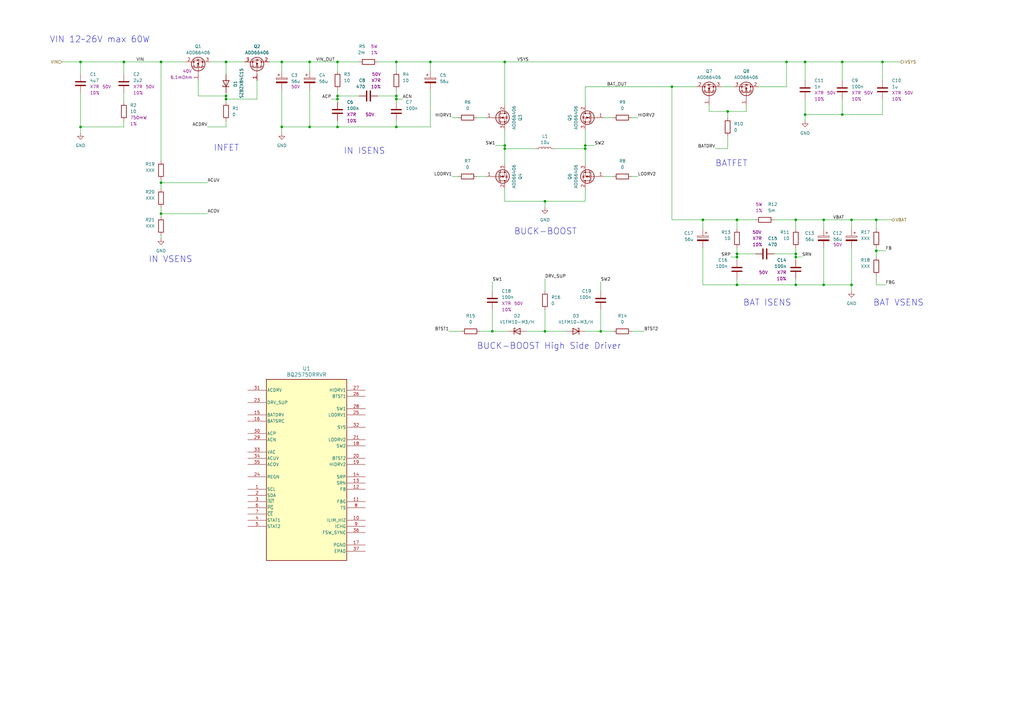
<source format=kicad_sch>
(kicad_sch (version 20230121) (generator eeschema)
  (paper "A3")
  (lib_symbols
    (symbol "Device:C" (pin_numbers hide) (pin_names (offset 0.254))
      (property "Reference" "C" (at 0.635 2.54 0))
      (property "Value" "C" (at 0.635 -2.54 0))
      (symbol "C_0_1"
        (polyline (pts (xy -2.032 -0.762) (xy 2.032 -0.762)) (stroke (width 0.508)))
        (polyline (pts (xy -2.032 0.762) (xy 2.032 0.762)) (stroke (width 0.508)))
      )
      (symbol "C_1_1"
        (pin passive line (at 0 3.81 270) (length 2.794) (name "~") (number "1"))
        (pin passive line (at 0 -3.81 90) (length 2.794) (name "~") (number "2"))
      )
    )
    (symbol "Device:C_Polarized" (pin_numbers hide) (pin_names (offset 0.254))
      (property "Reference" "C" (at 0.635 2.54 0))
      (property "Value" "C_Polarized" (at 0.635 -2.54 0))
      (symbol "C_Polarized_0_1"
        (rectangle (start -2.286 0.508) (end 2.286 1.016))
        (polyline (pts (xy -1.778 2.286) (xy -0.762 2.286)))
        (polyline (pts (xy -1.27 2.794) (xy -1.27 1.778)))
        (rectangle (start 2.286 -0.508) (end -2.286 -1.016) (fill (type outline)))
      )
      (symbol "C_Polarized_1_1"
        (pin passive line (at 0 3.81 270) (length 2.794) (name "~") (number "1"))
        (pin passive line (at 0 -3.81 90) (length 2.794) (name "~") (number "2"))
      )
    )
    (symbol "Device:D_Zener" (pin_numbers hide) (pin_names (offset 1.016) hide)
      (property "Reference" "D" (at 0 2.54 0))
      (property "Value" "D_Zener" (at 0 -2.54 0))
      (symbol "D_Zener_0_1"
        (polyline (pts (xy 1.27 0) (xy -1.27 0)))
        (polyline (pts (xy -1.27 -1.27) (xy -1.27 1.27) (xy -0.762 1.27)) (stroke (width 0.254)))
        (polyline (pts (xy 1.27 -1.27) (xy 1.27 1.27) (xy -1.27 0) (xy 1.27 -1.27)) (stroke (width 0.254)))
      )
      (symbol "D_Zener_1_1"
        (pin passive line (at -3.81 0 0) (length 2.54) (name "K") (number "1"))
        (pin passive line (at 3.81 0 180) (length 2.54) (name "A") (number "2"))
      )
    )
    (symbol "Device:L" (pin_numbers hide) (pin_names (offset 1.016) hide)
      (property "Reference" "L" (at -1.27 0 90))
      (property "Value" "L" (at 1.905 0 90))
      (symbol "L_0_1"
        (arc (start 0 -2.54) (mid 0.6323 -1.905) (end 0 -1.27))
        (arc (start 0 -1.27) (mid 0.6323 -0.635) (end 0 0))
        (arc (start 0 0) (mid 0.6323 0.635) (end 0 1.27))
        (arc (start 0 1.27) (mid 0.6323 1.905) (end 0 2.54))
      )
      (symbol "L_1_1"
        (pin passive line (at 0 3.81 270) (length 1.27) (name "1") (number "1"))
        (pin passive line (at 0 -3.81 90) (length 1.27) (name "2") (number "2"))
      )
    )
    (symbol "Device:Q_NMOS_GDS" (pin_names (offset 0) hide)
      (property "Reference" "Q" (at 5.08 1.27 0))
      (property "Value" "Q_NMOS_GDS" (at 5.08 -1.27 0))
      (symbol "Q_NMOS_GDS_0_1"
        (polyline (pts (xy 0.254 0) (xy -2.54 0)))
        (polyline (pts (xy 0.254 1.905) (xy 0.254 -1.905)) (stroke (width 0.254)))
        (polyline (pts (xy 0.762 -1.27) (xy 0.762 -2.286)) (stroke (width 0.254)))
        (polyline (pts (xy 0.762 0.508) (xy 0.762 -0.508)) (stroke (width 0.254)))
        (polyline (pts (xy 0.762 2.286) (xy 0.762 1.27)) (stroke (width 0.254)))
        (polyline (pts (xy 2.54 2.54) (xy 2.54 1.778)))
        (polyline (pts (xy 2.54 -2.54) (xy 2.54 0) (xy 0.762 0)))
        (polyline (pts (xy 0.762 -1.778) (xy 3.302 -1.778) (xy 3.302 1.778) (xy 0.762 1.778)))
        (polyline (pts (xy 1.016 0) (xy 2.032 0.381) (xy 2.032 -0.381) (xy 1.016 0)) (fill (type outline)))
        (polyline (pts (xy 2.794 0.508) (xy 2.921 0.381) (xy 3.683 0.381) (xy 3.81 0.254)))
        (polyline (pts (xy 3.302 0.381) (xy 2.921 -0.254) (xy 3.683 -0.254) (xy 3.302 0.381)))
        (circle (center 1.651 0) (radius 2.794) (stroke (width 0.254)))
        (circle (center 2.54 -1.778) (radius 0.254) (fill (type outline)))
        (circle (center 2.54 1.778) (radius 0.254) (fill (type outline)))
      )
      (symbol "Q_NMOS_GDS_1_1"
        (pin input line (at -5.08 0 0) (length 2.54) (name "G") (number "1"))
        (pin passive line (at 2.54 5.08 270) (length 2.54) (name "D") (number "2"))
        (pin passive line (at 2.54 -5.08 90) (length 2.54) (name "S") (number "3"))
      )
    )
    (symbol "Device:R" (pin_numbers hide) (pin_names (offset 0))
      (property "Reference" "R" (at 2.032 0 90))
      (property "Value" "R" (at 0 0 90))
      (symbol "R_0_1"
        (rectangle (start -1.016 -2.54) (end 1.016 2.54) (stroke (width 0.254)))
      )
      (symbol "R_1_1"
        (pin passive line (at 0 3.81 270) (length 1.27) (name "~") (number "1"))
        (pin passive line (at 0 -3.81 90) (length 1.27) (name "~") (number "2"))
      )
    )
    (symbol "Diode:BZX84Cxx" (pin_numbers hide) (pin_names hide)
      (property "Reference" "D" (at 0 3.81 0))
      (property "Value" "BZX84Cxx" (at 0 -3.81 0))
      (symbol "BZX84Cxx_0_1"
        (polyline (pts (xy 1.27 0) (xy -1.27 0)))
        (polyline (pts (xy -1.27 -1.27) (xy -1.27 1.27) (xy -0.762 1.27)) (stroke (width 0.254)))
        (polyline (pts (xy 1.27 -1.27) (xy 1.27 1.27) (xy -1.27 0) (xy 1.27 -1.27)) (stroke (width 0.254)))
      )
      (symbol "BZX84Cxx_1_1"
        (pin passive line (at 3.81 0 180) (length 2.54) (name "A") (number "1"))
        (pin no_connect line (at 1.27 0 180) (length 2.54) hide (name "NC") (number "2"))
        (pin passive line (at -3.81 0 0) (length 2.54) (name "K") (number "3"))
      )
    )
    (symbol "common:BQ25750RRVR" (pin_names (offset 0.254))
      (property "Reference" "U" (at -15.24 36.195 0))
      (property "Value" "BQ25750RRVR" (at 8.255 36.195 0))
      (symbol "BQ25750RRVR_0_1"
        (pin input line (at -24.13 -10.16 0) (length 7.62) (name "SCL") (number "1"))
        (pin input line (at 24.13 -22.86 180) (length 7.62) (name "ILIM_HIZ") (number "10"))
        (pin input line (at 24.13 -15.24 180) (length 7.62) (name "FBG") (number "11"))
        (pin input line (at 24.13 -10.16 180) (length 7.62) (name "FB") (number "12"))
        (pin input line (at 24.13 -7.62 180) (length 7.62) (name "SRN") (number "13"))
        (pin input line (at 24.13 -5.08 180) (length 7.62) (name "SRP") (number "14"))
        (pin output line (at -24.13 20.32 0) (length 7.62) (name "BATDRV") (number "15"))
        (pin input line (at -24.13 17.78 0) (length 7.62) (name "BATSRC") (number "16"))
        (pin power_out line (at 24.13 -33.02 180) (length 7.62) (name "PGND") (number "17"))
        (pin power_in line (at 24.13 7.62 180) (length 7.62) (name "SW2") (number "18"))
        (pin output line (at 24.13 0 180) (length 7.62) (name "HIDRV2") (number "19"))
        (pin bidirectional line (at -24.13 -12.7 0) (length 7.62) (name "SDA") (number "2"))
        (pin power_in line (at 24.13 2.54 180) (length 7.62) (name "BTST2") (number "20"))
        (pin output line (at 24.13 10.16 180) (length 7.62) (name "LODRV2") (number "21"))
        (pin power_in line (at -24.13 25.4 0) (length 7.62) (name "DRV_SUP") (number "23"))
        (pin power_in line (at -24.13 -5.08 0) (length 7.62) (name "REGN") (number "24"))
        (pin output line (at 24.13 20.32 180) (length 7.62) (name "LODRV1") (number "25"))
        (pin power_in line (at 24.13 27.94 180) (length 7.62) (name "BTST1") (number "26"))
        (pin output line (at 24.13 30.48 180) (length 7.62) (name "HIDRV1") (number "27"))
        (pin power_in line (at 24.13 22.86 180) (length 7.62) (name "SW1") (number "28"))
        (pin input line (at -24.13 10.16 0) (length 7.62) (name "ACN") (number "29"))
        (pin input line (at -24.13 12.7 0) (length 7.62) (name "ACP") (number "30"))
        (pin output line (at -24.13 30.48 0) (length 7.62) (name "ACDRV") (number "31"))
        (pin input line (at 24.13 15.24 180) (length 7.62) (name "SYS") (number "32"))
        (pin input line (at -24.13 5.08 0) (length 7.62) (name "VAC") (number "33"))
        (pin input line (at -24.13 2.54 0) (length 7.62) (name "ACUV") (number "34"))
        (pin input line (at -24.13 0 0) (length 7.62) (name "ACOV") (number "35"))
        (pin power_in line (at 24.13 -27.94 180) (length 7.62) (name "FSW_SYNC") (number "36"))
        (pin power_out line (at 24.13 -35.56 180) (length 7.62) (name "EPAD") (number "37"))
        (pin output line (at -24.13 -22.86 0) (length 7.62) (name "STAT1") (number "4"))
        (pin output line (at -24.13 -25.4 0) (length 7.62) (name "STAT2") (number "5"))
        (pin bidirectional line (at -24.13 -20.32 0) (length 7.62) (name "~{CE}") (number "7"))
        (pin input line (at 24.13 -17.78 180) (length 7.62) (name "TS") (number "8"))
        (pin input line (at 24.13 -25.4 180) (length 7.62) (name "ICHG") (number "9"))
      )
      (symbol "BQ25750RRVR_1_1"
        (rectangle (start -16.51 34.925) (end 16.51 -39.37) (stroke (width 0.254)) (fill (type background)))
        (pin power_in line (at 24.13 -33.02 180) (length 7.62) hide (name "PGND") (number "22"))
        (pin output line (at -24.13 -15.24 0) (length 7.62) (name "~{INT}") (number "3"))
        (pin output line (at -24.13 -17.78 0) (length 7.62) (name "~{PG}") (number "6"))
      )
    )
    (symbol "power:GND" (power) (pin_names (offset 0))
      (property "Value" "GND" (at 0 -3.81 0))
      (symbol "GND_0_1"
        (polyline (pts (xy 0 0) (xy 0 -1.27) (xy 1.27 -1.27) (xy 0 -2.54) (xy -1.27 -1.27) (xy 0 -1.27)))
      )
      (symbol "GND_1_1"
        (pin power_in line (at 0 0 270) (length 0) hide (name "GND") (number "1"))
      )
    )
  )
  (junction (at 302.26 90.17))
  (junction (at 33.02 25.4))
  (junction (at 326.39 90.17))
  (junction (at 127 25.4))
  (junction (at 302.26 105.41))
  (junction (at 115.57 25.4))
  (junction (at 92.71 40.64))
  (junction (at 66.04 87.63))
  (junction (at 207.01 25.4))
  (junction (at 330.2 25.4))
  (junction (at 288.29 90.17))
  (junction (at 322.58 25.4))
  (junction (at 326.39 104.14))
  (junction (at 138.43 39.37))
  (junction (at 138.43 52.07))
  (junction (at 223.52 82.55))
  (junction (at 275.59 35.56))
  (junction (at 302.26 104.14))
  (junction (at 361.95 25.4))
  (junction (at 302.26 116.84))
  (junction (at 223.52 135.89))
  (junction (at 162.56 40.64))
  (junction (at 127 52.07))
  (junction (at 349.25 116.84))
  (junction (at 326.39 105.41))
  (junction (at 345.44 46.99))
  (junction (at 337.82 90.17))
  (junction (at 92.71 39.37))
  (junction (at 240.03 60.96))
  (junction (at 349.25 90.17))
  (junction (at 326.39 116.84))
  (junction (at 138.43 40.64))
  (junction (at 66.04 25.4))
  (junction (at 337.82 116.84))
  (junction (at 92.71 25.4))
  (junction (at 359.41 102.87))
  (junction (at 207.01 60.96))
  (junction (at 246.38 135.89))
  (junction (at 162.56 52.07))
  (junction (at 201.93 135.89))
  (junction (at 138.43 25.4))
  (junction (at 176.53 25.4))
  (junction (at 207.01 59.69))
  (junction (at 298.45 45.72))
  (junction (at 240.03 59.69))
  (junction (at 330.2 46.99))
  (junction (at 162.56 39.37))
  (junction (at 162.56 25.4))
  (junction (at 359.41 90.17))
  (junction (at 66.04 74.93))
  (junction (at 33.02 52.07))
  (junction (at 345.44 25.4))
  (junction (at 50.8 25.4))
  (junction (at 115.57 52.07))
  (wire (pts (xy 115.57 52.07) (xy 115.57 54.61)))
  (wire (pts (xy 328.93 105.41) (xy 326.39 105.41)))
  (wire (pts (xy 127 52.07) (xy 138.43 52.07)))
  (wire (pts (xy 359.41 90.17) (xy 365.76 90.17)))
  (wire (pts (xy 92.71 40.64) (xy 105.41 40.64)))
  (wire (pts (xy 50.8 25.4) (xy 66.04 25.4)))
  (wire (pts (xy 207.01 53.34) (xy 207.01 59.69)))
  (wire (pts (xy 162.56 52.07) (xy 176.53 52.07)))
  (wire (pts (xy 207.01 82.55) (xy 223.52 82.55)))
  (wire (pts (xy 337.82 116.84) (xy 337.82 101.6)))
  (wire (pts (xy 361.95 25.4) (xy 369.57 25.4)))
  (wire (pts (xy 330.2 46.99) (xy 345.44 46.99)))
  (wire (pts (xy 359.41 113.03) (xy 359.41 116.84)))
  (wire (pts (xy 293.37 60.96) (xy 298.45 60.96)))
  (wire (pts (xy 275.59 35.56) (xy 275.59 90.17)))
  (wire (pts (xy 162.56 36.83) (xy 162.56 39.37)))
  (wire (pts (xy 195.58 72.39) (xy 199.39 72.39)))
  (wire (pts (xy 33.02 25.4) (xy 50.8 25.4)))
  (wire (pts (xy 201.93 127) (xy 201.93 135.89)))
  (wire (pts (xy 259.08 48.26) (xy 261.62 48.26)))
  (wire (pts (xy 298.45 45.72) (xy 298.45 48.26)))
  (wire (pts (xy 290.83 43.18) (xy 290.83 45.72)))
  (wire (pts (xy 138.43 40.64) (xy 138.43 41.91)))
  (wire (pts (xy 326.39 105.41) (xy 326.39 106.68)))
  (wire (pts (xy 302.26 90.17) (xy 302.26 93.98)))
  (wire (pts (xy 66.04 87.63) (xy 85.09 87.63)))
  (wire (pts (xy 326.39 116.84) (xy 302.26 116.84)))
  (wire (pts (xy 110.49 25.4) (xy 115.57 25.4)))
  (wire (pts (xy 207.01 25.4) (xy 322.58 25.4)))
  (wire (pts (xy 184.15 135.89) (xy 189.23 135.89)))
  (wire (pts (xy 223.52 114.3) (xy 223.52 119.38)))
  (wire (pts (xy 162.56 52.07) (xy 162.56 49.53)))
  (wire (pts (xy 223.52 135.89) (xy 232.41 135.89)))
  (wire (pts (xy 50.8 52.07) (xy 50.8 49.53)))
  (wire (pts (xy 298.45 45.72) (xy 306.07 45.72)))
  (wire (pts (xy 50.8 25.4) (xy 50.8 30.48)))
  (wire (pts (xy 337.82 90.17) (xy 326.39 90.17)))
  (wire (pts (xy 359.41 101.6) (xy 359.41 102.87)))
  (wire (pts (xy 196.85 135.89) (xy 201.93 135.89)))
  (wire (pts (xy 275.59 35.56) (xy 285.75 35.56)))
  (wire (pts (xy 207.01 59.69) (xy 207.01 60.96)))
  (wire (pts (xy 326.39 90.17) (xy 317.5 90.17)))
  (wire (pts (xy 66.04 74.93) (xy 85.09 74.93)))
  (wire (pts (xy 33.02 52.07) (xy 33.02 54.61)))
  (wire (pts (xy 322.58 35.56) (xy 322.58 25.4)))
  (wire (pts (xy 359.41 90.17) (xy 359.41 93.98)))
  (wire (pts (xy 138.43 25.4) (xy 138.43 29.21)))
  (wire (pts (xy 115.57 36.83) (xy 115.57 52.07)))
  (wire (pts (xy 330.2 25.4) (xy 345.44 25.4)))
  (wire (pts (xy 138.43 39.37) (xy 138.43 40.64)))
  (wire (pts (xy 162.56 40.64) (xy 162.56 41.91)))
  (wire (pts (xy 138.43 25.4) (xy 147.32 25.4)))
  (wire (pts (xy 162.56 39.37) (xy 162.56 40.64)))
  (wire (pts (xy 302.26 90.17) (xy 288.29 90.17)))
  (wire (pts (xy 326.39 101.6) (xy 326.39 104.14)))
  (wire (pts (xy 227.33 60.96) (xy 240.03 60.96)))
  (wire (pts (xy 288.29 116.84) (xy 288.29 101.6)))
  (wire (pts (xy 311.15 35.56) (xy 322.58 35.56)))
  (wire (pts (xy 92.71 39.37) (xy 92.71 40.64)))
  (wire (pts (xy 135.89 40.64) (xy 138.43 40.64)))
  (wire (pts (xy 66.04 96.52) (xy 66.04 97.79)))
  (wire (pts (xy 240.03 59.69) (xy 240.03 60.96)))
  (wire (pts (xy 361.95 25.4) (xy 361.95 33.02)))
  (wire (pts (xy 359.41 102.87) (xy 359.41 105.41)))
  (wire (pts (xy 302.26 104.14) (xy 302.26 105.41)))
  (wire (pts (xy 359.41 116.84) (xy 363.22 116.84)))
  (wire (pts (xy 92.71 25.4) (xy 92.71 30.48)))
  (wire (pts (xy 251.46 135.89) (xy 246.38 135.89)))
  (wire (pts (xy 240.03 35.56) (xy 275.59 35.56)))
  (wire (pts (xy 359.41 102.87) (xy 363.22 102.87)))
  (wire (pts (xy 115.57 25.4) (xy 127 25.4)))
  (wire (pts (xy 66.04 74.93) (xy 66.04 77.47)))
  (wire (pts (xy 138.43 36.83) (xy 138.43 39.37)))
  (wire (pts (xy 290.83 45.72) (xy 298.45 45.72)))
  (wire (pts (xy 322.58 25.4) (xy 330.2 25.4)))
  (wire (pts (xy 288.29 90.17) (xy 288.29 93.98)))
  (wire (pts (xy 195.58 48.26) (xy 199.39 48.26)))
  (wire (pts (xy 240.03 82.55) (xy 240.03 77.47)))
  (wire (pts (xy 246.38 115.57) (xy 246.38 119.38)))
  (wire (pts (xy 345.44 25.4) (xy 345.44 33.02)))
  (wire (pts (xy 240.03 43.18) (xy 240.03 35.56)))
  (wire (pts (xy 302.26 105.41) (xy 299.72 105.41)))
  (wire (pts (xy 33.02 52.07) (xy 50.8 52.07)))
  (wire (pts (xy 115.57 52.07) (xy 127 52.07)))
  (wire (pts (xy 247.65 72.39) (xy 251.46 72.39)))
  (wire (pts (xy 185.42 48.26) (xy 187.96 48.26)))
  (wire (pts (xy 240.03 60.96) (xy 240.03 67.31)))
  (wire (pts (xy 223.52 82.55) (xy 223.52 85.09)))
  (wire (pts (xy 345.44 46.99) (xy 361.95 46.99)))
  (wire (pts (xy 259.08 72.39) (xy 261.62 72.39)))
  (wire (pts (xy 298.45 55.88) (xy 298.45 60.96)))
  (wire (pts (xy 203.2 59.69) (xy 207.01 59.69)))
  (wire (pts (xy 201.93 115.57) (xy 201.93 119.38)))
  (wire (pts (xy 25.4 25.4) (xy 33.02 25.4)))
  (wire (pts (xy 349.25 90.17) (xy 337.82 90.17)))
  (wire (pts (xy 115.57 25.4) (xy 115.57 29.21)))
  (wire (pts (xy 92.71 38.1) (xy 92.71 39.37)))
  (wire (pts (xy 361.95 46.99) (xy 361.95 40.64)))
  (wire (pts (xy 176.53 25.4) (xy 207.01 25.4)))
  (wire (pts (xy 326.39 104.14) (xy 326.39 105.41)))
  (wire (pts (xy 162.56 25.4) (xy 162.56 29.21)))
  (wire (pts (xy 92.71 25.4) (xy 100.33 25.4)))
  (wire (pts (xy 92.71 39.37) (xy 81.28 39.37)))
  (wire (pts (xy 207.01 77.47) (xy 207.01 82.55)))
  (wire (pts (xy 345.44 25.4) (xy 361.95 25.4)))
  (wire (pts (xy 326.39 114.3) (xy 326.39 116.84)))
  (wire (pts (xy 66.04 25.4) (xy 66.04 66.04)))
  (wire (pts (xy 66.04 73.66) (xy 66.04 74.93)))
  (wire (pts (xy 326.39 104.14) (xy 317.5 104.14)))
  (wire (pts (xy 302.26 105.41) (xy 302.26 106.68)))
  (wire (pts (xy 105.41 40.64) (xy 105.41 33.02)))
  (wire (pts (xy 207.01 25.4) (xy 207.01 43.18)))
  (wire (pts (xy 330.2 46.99) (xy 330.2 49.53)))
  (wire (pts (xy 223.52 127) (xy 223.52 135.89)))
  (wire (pts (xy 201.93 135.89) (xy 208.28 135.89)))
  (wire (pts (xy 246.38 135.89) (xy 240.03 135.89)))
  (wire (pts (xy 215.9 135.89) (xy 223.52 135.89)))
  (wire (pts (xy 349.25 116.84) (xy 337.82 116.84)))
  (wire (pts (xy 127 25.4) (xy 138.43 25.4)))
  (wire (pts (xy 33.02 25.4) (xy 33.02 30.48)))
  (wire (pts (xy 302.26 101.6) (xy 302.26 104.14)))
  (wire (pts (xy 330.2 25.4) (xy 330.2 33.02)))
  (wire (pts (xy 66.04 85.09) (xy 66.04 87.63)))
  (wire (pts (xy 337.82 116.84) (xy 326.39 116.84)))
  (wire (pts (xy 176.53 52.07) (xy 176.53 36.83)))
  (wire (pts (xy 349.25 116.84) (xy 349.25 119.38)))
  (wire (pts (xy 81.28 39.37) (xy 81.28 33.02)))
  (wire (pts (xy 302.26 116.84) (xy 302.26 114.3)))
  (wire (pts (xy 127 25.4) (xy 127 29.21)))
  (wire (pts (xy 337.82 90.17) (xy 337.82 93.98)))
  (wire (pts (xy 240.03 53.34) (xy 240.03 59.69)))
  (wire (pts (xy 275.59 90.17) (xy 288.29 90.17)))
  (wire (pts (xy 302.26 116.84) (xy 288.29 116.84)))
  (wire (pts (xy 246.38 127) (xy 246.38 135.89)))
  (wire (pts (xy 127 52.07) (xy 127 36.83)))
  (wire (pts (xy 349.25 90.17) (xy 359.41 90.17)))
  (wire (pts (xy 259.08 135.89) (xy 264.16 135.89)))
  (wire (pts (xy 162.56 25.4) (xy 176.53 25.4)))
  (wire (pts (xy 50.8 38.1) (xy 50.8 41.91)))
  (wire (pts (xy 176.53 25.4) (xy 176.53 29.21)))
  (wire (pts (xy 223.52 82.55) (xy 240.03 82.55)))
  (wire (pts (xy 185.42 72.39) (xy 187.96 72.39)))
  (wire (pts (xy 92.71 40.64) (xy 92.71 41.91)))
  (wire (pts (xy 86.36 25.4) (xy 92.71 25.4)))
  (wire (pts (xy 207.01 60.96) (xy 219.71 60.96)))
  (wire (pts (xy 326.39 90.17) (xy 326.39 93.98)))
  (wire (pts (xy 138.43 52.07) (xy 162.56 52.07)))
  (wire (pts (xy 92.71 49.53) (xy 92.71 52.07)))
  (wire (pts (xy 33.02 38.1) (xy 33.02 52.07)))
  (wire (pts (xy 66.04 25.4) (xy 76.2 25.4)))
  (wire (pts (xy 154.94 39.37) (xy 162.56 39.37)))
  (wire (pts (xy 330.2 40.64) (xy 330.2 46.99)))
  (wire (pts (xy 85.09 52.07) (xy 92.71 52.07)))
  (wire (pts (xy 138.43 39.37) (xy 147.32 39.37)))
  (wire (pts (xy 309.88 90.17) (xy 302.26 90.17)))
  (wire (pts (xy 349.25 101.6) (xy 349.25 116.84)))
  (wire (pts (xy 247.65 48.26) (xy 251.46 48.26)))
  (wire (pts (xy 162.56 40.64) (xy 165.1 40.64)))
  (wire (pts (xy 240.03 59.69) (xy 243.84 59.69)))
  (wire (pts (xy 306.07 45.72) (xy 306.07 43.18)))
  (wire (pts (xy 309.88 104.14) (xy 302.26 104.14)))
  (wire (pts (xy 295.91 35.56) (xy 300.99 35.56)))
  (wire (pts (xy 207.01 60.96) (xy 207.01 67.31)))
  (wire (pts (xy 138.43 49.53) (xy 138.43 52.07)))
  (wire (pts (xy 154.94 25.4) (xy 162.56 25.4)))
  (wire (pts (xy 349.25 90.17) (xy 349.25 93.98)))
  (wire (pts (xy 66.04 87.63) (xy 66.04 88.9)))
  (wire (pts (xy 345.44 40.64) (xy 345.44 46.99)))
  (text "BUCK-BOOST" (at 210.82 96.52 0) (effects (font (size 2.54 2.54)) (justify left bottom)))
  (text "BAT ISENS" (at 304.8 125.73 0) (effects (font (size 2.54 2.54)) (justify left bottom)))
  (text "BATFET" (at 293.37 68.58 0) (effects (font (size 2.54 2.54)) (justify left bottom)))
  (text "IN ISENS" (at 140.97 63.5 0) (effects (font (size 2.54 2.54)) (justify left bottom)))
  (text "BUCK-BOOST High Side Driver" (at 195.58 143.51 0) (effects (font (size 2.54 2.54)) (justify left bottom)))
  (text "VIN 12~26V max 60W" (at 20.32 17.78 0) (effects (font (size 2.54 2.54)) (justify left bottom)))
  (text "INFET" (at 87.63 62.23 0) (effects (font (size 2.54 2.54)) (justify left bottom)))
  (text "IN VSENS" (at 60.96 107.95 0) (effects (font (size 2.54 2.54)) (justify left bottom)))
  (text "BAT VSENS" (at 358.14 125.73 0) (effects (font (size 2.54 2.54)) (justify left bottom)))
  (label "FBG" (at 363.22 116.84 0))
  (label "BTST1" (at 184.15 135.89 180))
  (label "SRN" (at 328.93 105.41 0))
  (label "SW2" (at 243.84 59.69 0))
  (label "ACOV" (at 85.09 87.63 0))
  (label "VIN" (at 55.88 25.4 0))
  (label "BATDRV" (at 293.37 60.96 180))
  (label "HIDRV1" (at 185.42 48.26 180))
  (label "ACUV" (at 85.09 74.93 0))
  (label "SW1" (at 203.2 59.69 180))
  (label "LODRV2" (at 261.62 72.39 0))
  (label "LODRV1" (at 185.42 72.39 180))
  (label "BTST2" (at 264.16 135.89 0))
  (label "DRV_SUP" (at 223.52 114.3 0))
  (label "ACP" (at 135.89 40.64 180))
  (label "VIN_OUT" (at 129.54 25.4 0))
  (label "HIDRV2" (at 261.62 48.26 0))
  (label "BAT_OUT" (at 248.92 35.56 0))
  (label "ACN" (at 165.1 40.64 0))
  (label "FB" (at 363.22 102.87 0))
  (label "ACDRV" (at 85.09 52.07 180))
  (label "SW1" (at 201.93 115.57 0))
  (label "VSYS" (at 212.09 25.4 0))
  (label "SRP" (at 299.72 105.41 180))
  (label "SW2" (at 246.38 115.57 0))
  (label "VBAT" (at 341.63 90.17 0))
  (hierarchical_label "VBAT" (shape bidirectional) (at 365.76 90.17 0))
  (hierarchical_label "VSYS" (shape output) (at 369.57 25.4 0))
  (hierarchical_label "VIN" (shape input) (at 25.4 25.4 180))
  (symbol (lib_id "power:GND") (at 115.57 54.61 0) (unit 1)
    (property "Reference" "#PWR01" (effects hide))
    (property "Value" "GND" (at 115.57 59.69 0))
  )
  (symbol (lib_id "Device:C_Polarized") (at 176.53 33.02 0) (unit 1)
    (property "Reference" "C5" (at 180.34 30.861 0) (effects (justify left)))
    (property "Value" "56u" (at 180.34 33.401 0) (effects (justify left)))
    (property "Footprint" "Capacitor_SMD:CP_Elec_8x11.9" (effects hide))
    (property "MPN" "A768KS566M1JLAE031" (effects hide))
    (property "Voltage Rating" "50V" (effects hide))
  )
  (symbol (lib_id "Device:Q_NMOS_GDS") (at 204.47 48.26 0) (unit 1)
    (property "Reference" "Q3" (at 213.36 48.26 90))
    (property "Value" "AOD66406" (at 210.82 48.26 90))
    (property "Footprint" "Package_TO_SOT_SMD:TO-252-2" (effects hide))
    (property "MPN" "AOD66406" (effects hide))
    (property "Voltage Rating" "40V" (effects hide))
    (property "R DS(On)" "6.1mOhm" (effects hide))
  )
  (symbol (lib_id "Device:R") (at 255.27 48.26 270) (unit 1)
    (property "Reference" "R9" (at 255.27 41.91 90))
    (property "Value" "0" (at 255.27 44.45 90))
    (property "Footprint" "Resistor_SMD:R_0805_2012Metric" (effects hide))
    (property "Power Rating" "63mW" (effects hide))
  )
  (symbol (lib_id "Diode:BZX84Cxx") (at 92.71 34.29 90) (unit 1)
    (property "Reference" "D1" (at 96.52 33.02 0) (effects (justify right)))
    (property "Value" "SZBZX84C15" (at 99.06 27.94 0) (effects (justify right)))
    (property "Footprint" "Package_TO_SOT_SMD:SOT-23" (effects hide))
    (property "Datasheet" "https://diotec.com/tl_files/diotec/files/pdf/datasheets/bzx84c2v4.pdf" (effects hide))
    (property "MPN" "SZBZX84C15" (effects hide))
  )
  (symbol (lib_id "Device:R") (at 66.04 92.71 0) (mirror y) (unit 1)
    (property "Reference" "R21" (at 63.5 90.17 0) (effects (justify left)))
    (property "Value" "XXX" (at 63.5 92.71 0) (effects (justify left)))
    (property "Footprint" "Resistor_SMD:R_0805_2012Metric" (effects hide))
    (property "Power Rating" "100mW" (effects hide))
    (property "Tolerance" "1%" (effects hide))
  )
  (symbol (lib_id "Device:C_Polarized") (at 127 33.02 0) (unit 1)
    (property "Reference" "C4" (at 130.81 30.861 0) (effects (justify left)))
    (property "Value" "56u" (at 130.81 33.401 0) (effects (justify left)))
    (property "Footprint" "Capacitor_SMD:CP_Elec_8x11.9" (effects hide))
    (property "MPN" "A768KS566M1JLAE031" (effects hide))
    (property "Voltage Rating" "50V" (effects hide))
  )
  (symbol (lib_id "Device:C") (at 361.95 36.83 0) (unit 1)
    (property "Reference" "C10" (at 365.76 33.02 0) (effects (justify left)))
    (property "Value" "1u" (at 365.76 35.56 0) (effects (justify left)))
    (property "Footprint" "Capacitor_SMD:C_0805_2012Metric" (effects hide))
    (property "Voltage Rating" "50V" (at 370.84 38.1 0) (effects (justify left)))
    (property "Tolerance" "10%" (at 365.76 40.64 0) (effects (justify left)))
    (property "Dielectric" "X7R" (at 365.76 38.1 0) (effects (justify left)))
  )
  (symbol (lib_id "common:BQ25750RRVR") (at 125.73 190.5 0) (unit 1)
    (property "Reference" "U1" (at 125.73 151.13 0) (effects (font (size 1.524 1.524))))
    (property "Value" "BQ25750RRVR" (at 125.73 153.67 0) (effects (font (size 1.524 1.524))))
    (property "Footprint" "common:VQFN36_RRV_TEX" (effects hide))
    (property "Datasheet" "BQ25750RRVR" (effects hide))
  )
  (symbol (lib_id "Device:R") (at 298.45 52.07 0) (unit 1)
    (property "Reference" "R10" (at 300.99 50.8 0) (effects (justify left)))
    (property "Value" "0" (at 300.99 53.34 0) (effects (justify left)))
    (property "Footprint" "Resistor_SMD:R_0805_2012Metric" (effects hide))
    (property "Power Rating" "63mW" (effects hide))
  )
  (symbol (lib_id "Device:R") (at 66.04 81.28 0) (mirror y) (unit 1)
    (property "Reference" "R20" (at 63.5 78.74 0) (effects (justify left)))
    (property "Value" "XXX" (at 63.5 81.28 0) (effects (justify left)))
    (property "Footprint" "Resistor_SMD:R_0805_2012Metric" (effects hide))
    (property "Power Rating" "100mW" (effects hide))
    (property "Tolerance" "1%" (effects hide))
  )
  (symbol (lib_id "Device:Q_NMOS_GDS") (at 81.28 27.94 90) (unit 1)
    (property "Reference" "Q1" (at 81.28 19.05 90))
    (property "Value" "AOD66406" (at 81.28 21.59 90))
    (property "Footprint" "Package_TO_SOT_SMD:TO-252-2" (effects hide))
    (property "MPN" "AOD66406" (effects hide))
    (property "Voltage Rating" "40V" (at 74.93 29.21 90) (effects (justify right)))
    (property "R DS(On)" "6.1mOhm" (at 69.85 31.75 90) (effects (justify right)))
  )
  (symbol (lib_id "Device:Q_NMOS_GDS") (at 242.57 72.39 180) (unit 1)
    (property "Reference" "Q6" (at 233.68 72.39 90))
    (property "Value" "AOD66406" (at 236.22 72.39 90))
    (property "Footprint" "Package_TO_SOT_SMD:TO-252-2" (effects hide))
    (property "MPN" "AOD66406" (effects hide))
    (property "Voltage Rating" "40V" (effects hide))
    (property "R DS(On)" "6.1mOhm" (effects hide))
  )
  (symbol (lib_id "Device:R") (at 50.8 45.72 0) (unit 1)
    (property "Reference" "R2" (at 53.34 43.18 0) (effects (justify left)))
    (property "Value" "10" (at 53.34 45.72 0) (effects (justify left)))
    (property "Footprint" "Resistor_SMD:R_1206_3216Metric" (effects hide))
    (property "Power Rating" "750mW" (at 53.34 48.26 0) (effects (justify left)))
    (property "Tolerance" "1%" (at 53.34 50.8 0) (effects (justify left)))
  )
  (symbol (lib_id "Device:Q_NMOS_GDS") (at 290.83 38.1 90) (unit 1)
    (property "Reference" "Q7" (at 290.83 29.21 90))
    (property "Value" "AOD66406" (at 290.83 31.75 90))
    (property "Footprint" "Package_TO_SOT_SMD:TO-252-2" (effects hide))
    (property "MPN" "AOD66406" (effects hide))
    (property "Voltage Rating" "40V" (effects hide))
    (property "R DS(On)" "6.1mOhm" (effects hide))
  )
  (symbol (lib_id "Device:R") (at 326.39 97.79 0) (mirror y) (unit 1)
    (property "Reference" "R11" (at 323.85 95.25 0) (effects (justify left)))
    (property "Value" "10" (at 323.85 97.79 0) (effects (justify left)))
    (property "Footprint" "Resistor_SMD:R_0805_2012Metric" (effects hide))
    (property "Power Rating" "100mW" (effects hide))
    (property "Tolerance" "1%" (effects hide))
  )
  (symbol (lib_id "Device:R") (at 92.71 45.72 0) (unit 1)
    (property "Reference" "R1" (at 95.25 44.45 0) (effects (justify left)))
    (property "Value" "0" (at 95.25 46.99 0) (effects (justify left)))
    (property "Footprint" "Resistor_SMD:R_0805_2012Metric" (effects hide))
    (property "Power Rating" "63mW" (effects hide))
  )
  (symbol (lib_id "Device:L") (at 223.52 60.96 90) (unit 1)
    (property "Reference" "L1" (at 223.52 55.88 90))
    (property "Value" "10u" (at 223.52 58.42 90))
    (property "Footprint" "common:IND_AMDLA1306S-100MT" (effects hide))
    (property "MPN" "AMDLA1306S-100MT" (effects hide))
  )
  (symbol (lib_id "Device:R") (at 359.41 109.22 0) (mirror y) (unit 1)
    (property "Reference" "R18" (at 356.87 106.68 0) (effects (justify left)))
    (property "Value" "XXX" (at 356.87 109.22 0) (effects (justify left)))
    (property "Footprint" "Resistor_SMD:R_0805_2012Metric" (effects hide))
    (property "Power Rating" "100mW" (effects hide))
    (property "Tolerance" "1%" (effects hide))
  )
  (symbol (lib_id "Device:R") (at 162.56 33.02 0) (unit 1)
    (property "Reference" "R4" (at 165.1 30.48 0) (effects (justify left)))
    (property "Value" "10" (at 165.1 33.02 0) (effects (justify left)))
    (property "Footprint" "Resistor_SMD:R_0805_2012Metric" (effects hide))
    (property "Power Rating" "100mW" (effects hide))
    (property "Tolerance" "1%" (effects hide))
  )
  (symbol (lib_id "Device:C") (at 138.43 45.72 0) (unit 1)
    (property "Reference" "C6" (at 142.24 41.91 0) (effects (justify left)))
    (property "Value" "100n" (at 142.24 44.45 0) (effects (justify left)))
    (property "Footprint" "Capacitor_SMD:C_0603_1608Metric" (effects hide))
    (property "Voltage Rating" "50V" (at 149.86 46.99 0) (effects (justify left)))
    (property "Tolerance" "10%" (at 142.24 49.53 0) (effects (justify left)))
    (property "Dielectric" "X7R" (at 142.24 46.99 0) (effects (justify left)))
  )
  (symbol (lib_id "Device:C") (at 201.93 123.19 0) (unit 1)
    (property "Reference" "C18" (at 205.74 119.38 0) (effects (justify left)))
    (property "Value" "100n" (at 205.74 121.92 0) (effects (justify left)))
    (property "Footprint" "Capacitor_SMD:C_0603_1608Metric" (effects hide))
    (property "Voltage Rating" "50V" (at 210.82 124.46 0) (effects (justify left)))
    (property "Tolerance" "10%" (at 205.74 127 0) (effects (justify left)))
    (property "Dielectric" "X7R" (at 205.74 124.46 0) (effects (justify left)))
  )
  (symbol (lib_id "Device:C") (at 345.44 36.83 0) (unit 1)
    (property "Reference" "C9" (at 349.25 33.02 0) (effects (justify left)))
    (property "Value" "100n" (at 349.25 35.56 0) (effects (justify left)))
    (property "Footprint" "Capacitor_SMD:C_0603_1608Metric" (effects hide))
    (property "Voltage Rating" "50V" (at 354.33 38.1 0) (effects (justify left)))
    (property "Tolerance" "10%" (at 349.25 40.64 0) (effects (justify left)))
    (property "Dielectric" "X7R" (at 349.25 38.1 0) (effects (justify left)))
  )
  (symbol (lib_id "power:GND") (at 33.02 54.61 0) (unit 1)
    (property "Reference" "#PWR02" (effects hide))
    (property "Value" "GND" (at 33.02 59.69 0))
  )
  (symbol (lib_id "Device:C_Polarized") (at 288.29 97.79 0) (mirror y) (unit 1)
    (property "Reference" "C17" (at 284.48 95.631 0) (effects (justify left)))
    (property "Value" "56u" (at 284.48 98.171 0) (effects (justify left)))
    (property "Footprint" "Capacitor_SMD:CP_Elec_8x11.9" (effects hide))
    (property "MPN" "A768KS566M1JLAE031" (effects hide))
    (property "Voltage Rating" "50V" (effects hide))
  )
  (symbol (lib_id "power:GND") (at 349.25 119.38 0) (mirror y) (unit 1)
    (property "Reference" "#PWR05" (effects hide))
    (property "Value" "GND" (at 349.25 124.46 0))
  )
  (symbol (lib_id "Device:R") (at 302.26 97.79 0) (mirror y) (unit 1)
    (property "Reference" "R13" (at 299.72 95.25 0) (effects (justify left)))
    (property "Value" "10" (at 299.72 97.79 0) (effects (justify left)))
    (property "Footprint" "Resistor_SMD:R_0805_2012Metric" (effects hide))
    (property "Power Rating" "100mW" (effects hide))
    (property "Tolerance" "1%" (effects hide))
  )
  (symbol (lib_id "Device:R") (at 138.43 33.02 0) (unit 1)
    (property "Reference" "R3" (at 140.97 30.48 0) (effects (justify left)))
    (property "Value" "10" (at 140.97 33.02 0) (effects (justify left)))
    (property "Footprint" "Resistor_SMD:R_0805_2012Metric" (effects hide))
    (property "Power Rating" "100mW" (effects hide))
    (property "Tolerance" "1%" (effects hide))
  )
  (symbol (lib_id "Device:D_Zener") (at 236.22 135.89 0) (mirror y) (unit 1)
    (property "Reference" "D3" (at 236.22 129.54 0))
    (property "Value" "V1FM10-M3/H" (at 236.22 132.08 0))
    (property "Footprint" "Diode_SMD:D_SMF" (effects hide))
  )
  (symbol (lib_id "Device:C") (at 50.8 34.29 0) (unit 1)
    (property "Reference" "C2" (at 54.61 30.48 0) (effects (justify left)))
    (property "Value" "2u2" (at 54.61 33.02 0) (effects (justify left)))
    (property "Footprint" "Capacitor_SMD:C_1210_3225Metric" (effects hide))
    (property "Voltage Rating" "50V" (at 59.69 35.56 0) (effects (justify left)))
    (property "Tolerance" "10%" (at 54.61 38.1 0) (effects (justify left)))
    (property "Dielectric" "X7R" (at 54.61 35.56 0) (effects (justify left)))
  )
  (symbol (lib_id "Device:Q_NMOS_GDS") (at 306.07 38.1 270) (mirror x) (unit 1)
    (property "Reference" "Q8" (at 306.07 29.21 90))
    (property "Value" "AOD66406" (at 306.07 31.75 90))
    (property "Footprint" "Package_TO_SOT_SMD:TO-252-2" (effects hide))
    (property "MPN" "AOD66406" (effects hide))
    (property "Voltage Rating" "40V" (effects hide))
    (property "R DS(On)" "6.1mOhm" (effects hide))
  )
  (symbol (lib_id "power:GND") (at 330.2 49.53 0) (unit 1)
    (property "Reference" "#PWR04" (effects hide))
    (property "Value" "GND" (at 330.2 54.61 0))
  )
  (symbol (lib_id "Device:R") (at 313.69 90.17 270) (mirror x) (unit 1)
    (property "Reference" "R12" (at 314.96 83.82 90) (effects (justify left)))
    (property "Value" "5m" (at 314.96 86.36 90) (effects (justify left)))
    (property "Footprint" "Resistor_SMD:R_2512_6332Metric" (effects hide))
    (property "Power Rating" "5W" (at 309.88 83.82 90) (effects (justify left)))
    (property "Tolerance" "1%" (at 309.88 86.36 90) (effects (justify left)))
    (property "MPN" "WSLF25122L000FEA" (effects hide))
  )
  (symbol (lib_id "power:GND") (at 66.04 97.79 0) (unit 1)
    (property "Reference" "#PWR06" (effects hide))
    (property "Value" "GND" (at 66.04 102.87 0))
  )
  (symbol (lib_id "Device:R") (at 255.27 135.89 90) (mirror x) (unit 1)
    (property "Reference" "R14" (at 255.27 129.54 90))
    (property "Value" "0" (at 255.27 132.08 90))
    (property "Footprint" "Resistor_SMD:R_0805_2012Metric" (effects hide))
    (property "Power Rating" "63mW" (effects hide))
  )
  (symbol (lib_id "Device:C") (at 326.39 110.49 0) (mirror y) (unit 1)
    (property "Reference" "C14" (at 322.58 106.68 0) (effects (justify left)))
    (property "Value" "100n" (at 322.58 109.22 0) (effects (justify left)))
    (property "Footprint" "Capacitor_SMD:C_0603_1608Metric" (effects hide))
    (property "Voltage Rating" "50V" (at 314.96 111.76 0) (effects (justify left)))
    (property "Tolerance" "10%" (at 322.58 114.3 0) (effects (justify left)))
    (property "Dielectric" "X7R" (at 322.58 111.76 0) (effects (justify left)))
  )
  (symbol (lib_id "Device:R") (at 151.13 25.4 90) (unit 1)
    (property "Reference" "R5" (at 149.86 19.05 90) (effects (justify left)))
    (property "Value" "2m" (at 149.86 21.59 90) (effects (justify left)))
    (property "Footprint" "Resistor_SMD:R_2512_6332Metric" (effects hide))
    (property "Power Rating" "5W" (at 154.94 19.05 90) (effects (justify left)))
    (property "Tolerance" "1%" (at 154.94 21.59 90) (effects (justify left)))
    (property "MPN" "WSLF25122L000FEA" (effects hide))
  )
  (symbol (lib_id "Device:C") (at 162.56 45.72 0) (unit 1)
    (property "Reference" "C7" (at 166.37 41.91 0) (effects (justify left)))
    (property "Value" "100n" (at 166.37 44.45 0) (effects (justify left)))
    (property "Footprint" "Capacitor_SMD:C_0603_1608Metric" (effects hide))
    (property "Voltage Rating" "50V" (effects hide))
    (property "Tolerance" "10%" (effects hide))
    (property "Dielectric" "X7R" (effects hide))
  )
  (symbol (lib_id "Device:R") (at 193.04 135.89 270) (unit 1)
    (property "Reference" "R15" (at 193.04 129.54 90))
    (property "Value" "0" (at 193.04 132.08 90))
    (property "Footprint" "Resistor_SMD:R_0805_2012Metric" (effects hide))
    (property "Power Rating" "63mW" (effects hide))
  )
  (symbol (lib_id "Device:Q_NMOS_GDS") (at 105.41 27.94 270) (mirror x) (unit 1)
    (property "Reference" "Q2" (at 105.41 19.05 90))
    (property "Value" "AOD66406" (at 105.41 21.59 90))
    (property "Footprint" "Package_TO_SOT_SMD:TO-252-2" (effects hide))
    (property "MPN" "AOD66406" (effects hide))
    (property "Voltage Rating" "40V" (effects hide))
    (property "R DS(On)" "6.1mOhm" (effects hide))
  )
  (symbol (lib_id "Device:R") (at 223.52 123.19 0) (unit 1)
    (property "Reference" "R16" (at 226.06 121.92 0) (effects (justify left)))
    (property "Value" "0" (at 226.06 124.46 0) (effects (justify left)))
    (property "Footprint" "Resistor_SMD:R_0805_2012Metric" (effects hide))
    (property "Power Rating" "63mW" (effects hide))
  )
  (symbol (lib_id "power:GND") (at 223.52 85.09 0) (unit 1)
    (property "Reference" "#PWR03" (effects hide))
    (property "Value" "GND" (at 223.52 90.17 0))
  )
  (symbol (lib_id "Device:C") (at 246.38 123.19 0) (mirror y) (unit 1)
    (property "Reference" "C19" (at 242.57 119.38 0) (effects (justify left)))
    (property "Value" "100n" (at 242.57 121.92 0) (effects (justify left)))
    (property "Footprint" "Capacitor_SMD:C_0603_1608Metric" (effects hide))
    (property "Voltage Rating" "50V" (effects hide))
    (property "Tolerance" "10%" (effects hide))
    (property "Dielectric" "X7R" (effects hide))
  )
  (symbol (lib_id "Device:C") (at 330.2 36.83 0) (unit 1)
    (property "Reference" "C11" (at 334.01 33.02 0) (effects (justify left)))
    (property "Value" "1n" (at 334.01 35.56 0) (effects (justify left)))
    (property "Footprint" "Capacitor_SMD:C_0603_1608Metric" (effects hide))
    (property "Voltage Rating" "50V" (at 339.09 38.1 0) (effects (justify left)))
    (property "Tolerance" "10%" (at 334.01 40.64 0) (effects (justify left)))
    (property "Dielectric" "X7R" (at 334.01 38.1 0) (effects (justify left)))
  )
  (symbol (lib_id "Device:R") (at 255.27 72.39 270) (unit 1)
    (property "Reference" "R8" (at 255.27 66.04 90))
    (property "Value" "0" (at 255.27 68.58 90))
    (property "Footprint" "Resistor_SMD:R_0805_2012Metric" (effects hide))
    (property "Power Rating" "63mW" (effects hide))
  )
  (symbol (lib_id "Device:C_Polarized") (at 337.82 97.79 0) (mirror y) (unit 1)
    (property "Reference" "C13" (at 334.01 95.631 0) (effects (justify left)))
    (property "Value" "56u" (at 334.01 98.171 0) (effects (justify left)))
    (property "Footprint" "Capacitor_SMD:CP_Elec_8x11.9" (effects hide))
    (property "MPN" "A768KS566M1JLAE031" (effects hide))
    (property "Voltage Rating" "50V" (effects hide))
  )
  (symbol (lib_id "Device:C") (at 151.13 39.37 90) (unit 1)
    (property "Reference" "C8" (at 149.86 33.02 90) (effects (justify left)))
    (property "Value" "470" (at 149.86 35.56 90) (effects (justify left)))
    (property "Footprint" "Capacitor_SMD:C_0603_1608Metric" (effects hide))
    (property "Voltage Rating" "50V" (at 156.21 30.48 90) (effects (justify left)))
    (property "Tolerance" "10%" (at 156.21 35.56 90) (effects (justify left)))
    (property "Dielectric" "X7R" (at 156.21 33.02 90) (effects (justify left)))
  )
  (symbol (lib_id "Device:R") (at 191.77 48.26 270) (unit 1)
    (property "Reference" "R6" (at 191.77 41.91 90))
    (property "Value" "0" (at 191.77 44.45 90))
    (property "Footprint" "Resistor_SMD:R_0805_2012Metric" (effects hide))
    (property "Power Rating" "63mW" (effects hide))
  )
  (symbol (lib_id "Device:Q_NMOS_GDS") (at 204.47 72.39 0) (mirror x) (unit 1)
    (property "Reference" "Q4" (at 213.36 72.39 90))
    (property "Value" "AOD66406" (at 210.82 72.39 90))
    (property "Footprint" "Package_TO_SOT_SMD:TO-252-2" (effects hide))
    (property "MPN" "AOD66406" (effects hide))
    (property "Voltage Rating" "40V" (effects hide))
    (property "R DS(On)" "6.1mOhm" (effects hide))
  )
  (symbol (lib_id "Device:R") (at 359.41 97.79 0) (mirror y) (unit 1)
    (property "Reference" "R17" (at 356.87 95.25 0) (effects (justify left)))
    (property "Value" "XXX" (at 356.87 97.79 0) (effects (justify left)))
    (property "Footprint" "Resistor_SMD:R_0805_2012Metric" (effects hide))
    (property "Power Rating" "100mW" (effects hide))
    (property "Tolerance" "1%" (effects hide))
  )
  (symbol (lib_id "Device:Q_NMOS_GDS") (at 242.57 48.26 0) (mirror y) (unit 1)
    (property "Reference" "Q5" (at 233.68 48.26 90))
    (property "Value" "AOD66406" (at 236.22 48.26 90))
    (property "Footprint" "Package_TO_SOT_SMD:TO-252-2" (effects hide))
    (property "MPN" "AOD66406" (effects hide))
    (property "Voltage Rating" "40V" (effects hide))
    (property "R DS(On)" "6.1mOhm" (effects hide))
  )
  (symbol (lib_id "Device:C") (at 313.69 104.14 270) (mirror x) (unit 1)
    (property "Reference" "C15" (at 314.96 97.79 90) (effects (justify left)))
    (property "Value" "470" (at 314.96 100.33 90) (effects (justify left)))
    (property "Footprint" "Capacitor_SMD:C_0603_1608Metric" (effects hide))
    (property "Voltage Rating" "50V" (at 308.61 95.25 90) (effects (justify left)))
    (property "Tolerance" "10%" (at 308.61 100.33 90) (effects (justify left)))
    (property "Dielectric" "X7R" (at 308.61 97.79 90) (effects (justify left)))
  )
  (symbol (lib_id "Device:D_Zener") (at 212.09 135.89 0) (unit 1)
    (property "Reference" "D2" (at 212.09 129.54 0))
    (property "Value" "V1FM10-M3/H" (at 212.09 132.08 0))
    (property "Footprint" "Diode_SMD:D_SMF" (effects hide))
  )
  (symbol (lib_id "Device:C_Polarized") (at 115.57 33.02 0) (unit 1)
    (property "Reference" "C3" (at 119.38 30.861 0) (effects (justify left)))
    (property "Value" "56u" (at 119.38 33.401 0) (effects (justify left)))
    (property "Footprint" "Capacitor_SMD:CP_Elec_8x11.9" (effects hide))
    (property "MPN" "A768KS566M1JLAE031" (effects hide))
    (property "Voltage Rating" "50V" (at 119.38 35.56 0) (effects (justify left)))
  )
  (symbol (lib_id "Device:C_Polarized") (at 349.25 97.79 0) (mirror y) (unit 1)
    (property "Reference" "C12" (at 345.44 95.631 0) (effects (justify left)))
    (property "Value" "56u" (at 345.44 98.171 0) (effects (justify left)))
    (property "Footprint" "Capacitor_SMD:CP_Elec_8x11.9" (effects hide))
    (property "MPN" "A768KS566M1JLAE031" (effects hide))
    (property "Voltage Rating" "50V" (at 345.44 100.33 0) (effects (justify left)))
  )
  (symbol (lib_id "Device:C") (at 302.26 110.49 0) (mirror y) (unit 1)
    (property "Reference" "C16" (at 298.45 106.68 0) (effects (justify left)))
    (property "Value" "100n" (at 298.45 109.22 0) (effects (justify left)))
    (property "Footprint" "Capacitor_SMD:C_0603_1608Metric" (effects hide))
    (property "Voltage Rating" "50V" (effects hide))
    (property "Tolerance" "10%" (effects hide))
    (property "Dielectric" "X7R" (effects hide))
  )
  (symbol (lib_id "Device:R") (at 66.04 69.85 0) (mirror y) (unit 1)
    (property "Reference" "R19" (at 63.5 67.31 0) (effects (justify left)))
    (property "Value" "XXX" (at 63.5 69.85 0) (effects (justify left)))
    (property "Footprint" "Resistor_SMD:R_0805_2012Metric" (effects hide))
    (property "Power Rating" "100mW" (effects hide))
    (property "Tolerance" "1%" (effects hide))
  )
  (symbol (lib_id "Device:C") (at 33.02 34.29 0) (unit 1)
    (property "Reference" "C1" (at 36.83 30.48 0) (effects (justify left)))
    (property "Value" "4u7" (at 36.83 33.02 0) (effects (justify left)))
    (property "Footprint" "Capacitor_SMD:C_1210_3225Metric" (effects hide))
    (property "Voltage Rating" "50V" (at 41.91 35.56 0) (effects (justify left)))
    (property "Tolerance" "10%" (at 36.83 38.1 0) (effects (justify left)))
    (property "Dielectric" "X7R" (at 36.83 35.56 0) (effects (justify left)))
  )
  (symbol (lib_id "Device:R") (at 191.77 72.39 270) (unit 1)
    (property "Reference" "R7" (at 191.77 66.04 90))
    (property "Value" "0" (at 191.77 68.58 90))
    (property "Footprint" "Resistor_SMD:R_0805_2012Metric" (effects hide))
    (property "Power Rating" "63mW" (effects hide))
  )
)
</source>
